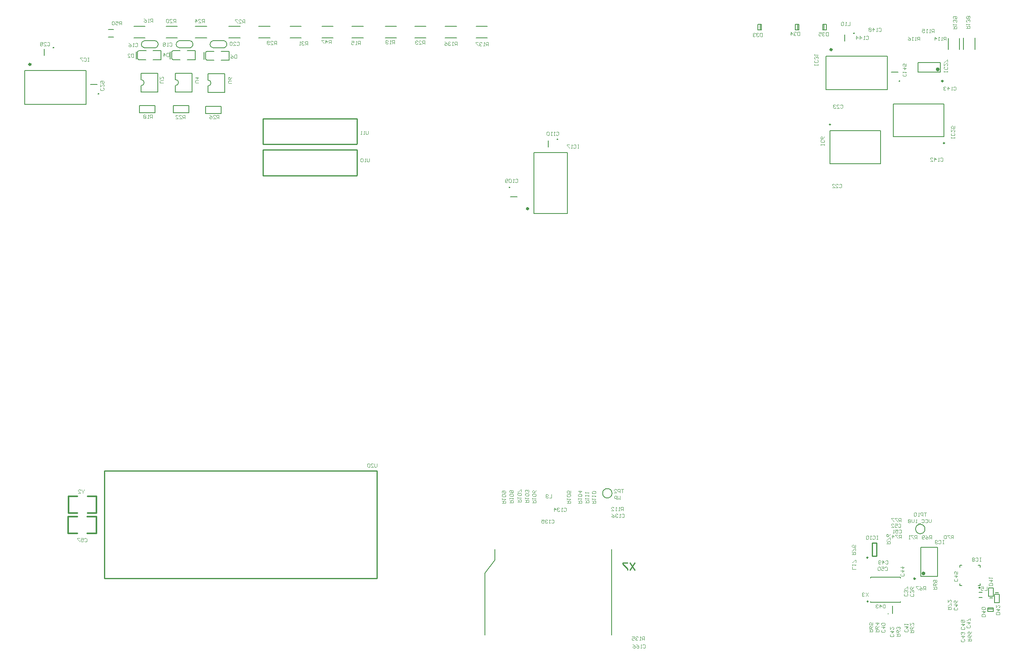
<source format=gbo>
G04*
G04 #@! TF.GenerationSoftware,Altium Limited,Altium Designer,18.1.8 (232)*
G04*
G04 Layer_Color=32896*
%FSLAX25Y25*%
%MOIN*%
G70*
G01*
G75*
%ADD10C,0.00591*%
%ADD12C,0.01181*%
%ADD13C,0.01575*%
%ADD14C,0.00787*%
%ADD15C,0.01968*%
%ADD16C,0.01000*%
%ADD17C,0.00984*%
%ADD18C,0.00394*%
%ADD20C,0.00700*%
%ADD21C,0.00500*%
%ADD22C,0.01200*%
%ADD23C,0.00600*%
%ADD25C,0.00492*%
D10*
X138502Y476024D02*
G03*
X138502Y481024I0J2500D01*
G01*
X167206Y476124D02*
G03*
X167206Y481124I0J2500D01*
G01*
X194379Y475729D02*
G03*
X194379Y480729I0J2500D01*
G01*
X138402Y486224D02*
X152402D01*
Y470751D02*
Y486224D01*
X138402Y470724D02*
X152302D01*
X138502Y470824D02*
Y476060D01*
X138402Y480987D02*
Y486224D01*
X167106Y486324D02*
X181106D01*
Y470851D02*
Y486324D01*
X167106Y470824D02*
X181006D01*
X167206Y470924D02*
Y476160D01*
X167106Y481087D02*
Y486324D01*
X194280Y485929D02*
X208279D01*
Y470457D02*
Y485929D01*
X194280Y470429D02*
X208179D01*
X194379Y470529D02*
Y475765D01*
X194280Y480693D02*
Y485929D01*
D12*
X65158Y507874D02*
G03*
X65158Y507874I-197J0D01*
G01*
X102881Y469176D02*
G03*
X102881Y469176I-197J0D01*
G01*
X786086Y63458D02*
G03*
X786086Y63458I-591J0D01*
G01*
X772935Y479823D02*
G03*
X772935Y479823I-197J0D01*
G01*
X734874Y519939D02*
G03*
X734874Y519939I-197J0D01*
G01*
X809370Y479921D02*
G03*
X809370Y479921I-591J0D01*
G01*
X486801Y431112D02*
G03*
X486801Y431112I-197J0D01*
G01*
X446685Y390832D02*
G03*
X446685Y390832I-197J0D01*
G01*
D13*
X793763Y67788D02*
G03*
X793763Y67788I-787J0D01*
G01*
X805728Y489665D02*
G03*
X805728Y489665I-787J0D01*
G01*
D14*
X794237Y105000D02*
G03*
X794237Y105000I-3937J0D01*
G01*
X532437Y134900D02*
G03*
X532437Y134900I-3937J0D01*
G01*
X183858Y516142D02*
X193307D01*
X183858Y525591D02*
X193307D01*
X159350Y516142D02*
X168799D01*
X159350Y525591D02*
X168799D01*
X767000Y34450D02*
Y40750D01*
X748798Y43767D02*
Y44338D01*
Y43767D02*
X761338D01*
X761062D02*
X773602D01*
Y44338D01*
Y64062D02*
Y64633D01*
X761062D02*
X773602D01*
X748798Y64062D02*
Y64633D01*
X761338D01*
X856398Y43307D02*
Y50394D01*
X852461Y43307D02*
Y50394D01*
Y43307D02*
X856398D01*
X852461Y50394D02*
X856398D01*
X853248Y51575D02*
X855610D01*
X211811Y516142D02*
X221260D01*
X211811Y525591D02*
X221260D01*
X236910Y516142D02*
X246358D01*
X236910Y525591D02*
X246358D01*
X263090Y516142D02*
X272539D01*
X263090Y525591D02*
X272539D01*
X367323Y516142D02*
X376772D01*
X367323Y525591D02*
X376772D01*
X342717Y516142D02*
X352165D01*
X342717Y525591D02*
X352165D01*
X314862Y516142D02*
X324311D01*
X314862Y525591D02*
X324311D01*
X289764Y516142D02*
X299213D01*
X289764Y525591D02*
X299213D01*
X836024Y506496D02*
Y515945D01*
X826575Y506496D02*
Y515945D01*
X823055Y506201D02*
Y515650D01*
X813606Y506201D02*
Y515650D01*
X425994Y68082D02*
X434576Y79055D01*
Y88069D01*
X425994Y16337D02*
Y68082D01*
X532116Y16337D02*
Y88069D01*
X756973Y410795D02*
Y438205D01*
X714631D02*
X756973D01*
X714631Y410795D02*
Y438205D01*
Y410795D02*
X756969D01*
X392815Y525591D02*
X402264D01*
X392815Y516142D02*
X402264D01*
X418799Y525591D02*
X428248D01*
X418799Y516142D02*
X428248D01*
X57284Y501284D02*
Y506787D01*
X41216Y460520D02*
Y488551D01*
Y460520D02*
X92476D01*
X41216Y488551D02*
X92476D01*
Y460520D02*
Y488551D01*
X96094Y476854D02*
X101598D01*
X848319Y47476D02*
X850681D01*
X847532Y48657D02*
X851468D01*
X847532Y55743D02*
X851468D01*
Y48657D02*
Y55743D01*
X847532Y48657D02*
Y55743D01*
X790613Y65426D02*
Y89835D01*
X804787Y65426D02*
Y89835D01*
X790613Y65426D02*
X804787D01*
X790613Y89835D02*
X804787D01*
X685630Y527264D02*
X688779D01*
X685630Y522539D02*
X688779D01*
X687716D02*
Y527264D01*
X688779Y522539D02*
Y527264D01*
X685630Y522539D02*
Y527264D01*
X654429Y522539D02*
Y527264D01*
X657579Y522539D02*
Y527264D01*
X656516Y522539D02*
Y527264D01*
X654429Y522539D02*
X657579D01*
X654429Y527264D02*
X657579D01*
X708689Y522539D02*
X711839D01*
X708689Y527264D02*
X711839D01*
X709753Y522539D02*
Y527264D01*
X708689Y522539D02*
Y527264D01*
X711839Y522539D02*
Y527264D01*
X762730Y472784D02*
Y500816D01*
X711470D02*
X762730D01*
X711470Y472784D02*
X762730D01*
X711470D02*
Y500816D01*
X766148Y487500D02*
X771652D01*
X727000Y513348D02*
Y518852D01*
X846850Y36024D02*
X851575D01*
X846850Y39173D02*
X851575D01*
X846850Y38110D02*
X851575D01*
Y36024D02*
Y39173D01*
X846850Y36024D02*
Y39173D01*
X788307Y487402D02*
Y495276D01*
X807205Y487402D02*
Y495276D01*
X788307D02*
X807205D01*
X788307Y487402D02*
X807205D01*
X767902Y433244D02*
Y460653D01*
Y433244D02*
X810244D01*
Y460653D01*
X767906D02*
X810244D01*
X838878Y57677D02*
X840453D01*
Y59252D01*
Y73032D02*
Y74606D01*
X838878D02*
X840453D01*
X823524D02*
X825098D01*
X823524Y73032D02*
Y74606D01*
Y57677D02*
X825098D01*
X823524D02*
Y59252D01*
X132382Y525591D02*
X141831D01*
X132382Y516142D02*
X141831D01*
X111024Y516634D02*
X115354D01*
X111024Y522933D02*
X115354D01*
X478927Y424521D02*
Y430025D01*
X447575Y383155D02*
X453079D01*
X466988Y368858D02*
X495020D01*
Y420118D01*
X466988Y368858D02*
Y420118D01*
X495020D01*
D15*
X45881Y493847D02*
G03*
X45881Y493847I-492J0D01*
G01*
X716135Y506111D02*
G03*
X716135Y506111I-492J0D01*
G01*
X462185Y373031D02*
G03*
X462185Y373031I-492J0D01*
G01*
D16*
X749969Y82488D02*
X753906D01*
X749969Y93512D02*
X753906D01*
X749969Y82488D02*
Y93512D01*
X753906Y82488D02*
Y93512D01*
X240381Y448400D02*
X319121D01*
X240381Y427049D02*
Y448400D01*
X319121Y427270D02*
Y448400D01*
X318900Y427049D02*
X319121Y427270D01*
X240381Y427049D02*
X318900D01*
X240281Y422200D02*
X319021D01*
X240281Y400849D02*
Y422200D01*
X319021Y401070D02*
Y422200D01*
X318800Y400849D02*
X319021Y401070D01*
X240281Y400849D02*
X318800D01*
X335653Y63603D02*
X335676Y63627D01*
X242700Y63603D02*
X335653D01*
X335637Y153761D02*
X335676Y153721D01*
Y78800D02*
Y153721D01*
X241661Y153761D02*
X335637D01*
X335676Y63627D02*
Y78800D01*
X111739Y63603D02*
X242700D01*
X107787Y153761D02*
X111739D01*
X107724Y78800D02*
Y153824D01*
Y63800D02*
Y78800D01*
X107920Y63603D02*
X111739D01*
Y153761D02*
X241661D01*
X551500Y76698D02*
X547501Y70700D01*
Y76698D02*
X551500Y70700D01*
X545502Y76698D02*
X541503D01*
Y75698D01*
X545502Y71700D01*
Y70700D01*
D17*
X746732Y44357D02*
G03*
X746732Y44357I-492J0D01*
G01*
X715257Y443512D02*
G03*
X715257Y443512I-492J0D01*
G01*
X746524Y81110D02*
G03*
X746524Y81110I-492J0D01*
G01*
X810602Y427937D02*
G03*
X810602Y427937I-492J0D01*
G01*
X840354Y55905D02*
G03*
X840354Y55905I-492J0D01*
G01*
D18*
X763728Y34088D02*
G03*
X763728Y34088I-315J0D01*
G01*
D20*
X206849Y507644D02*
G03*
X206854Y513644I315J3000D01*
G01*
X198754Y513644D02*
G03*
X198749Y507644I347J-3000D01*
G01*
X178502Y507644D02*
G03*
X178507Y513644I315J3000D01*
G01*
X170407Y513644D02*
G03*
X170402Y507644I347J-3000D01*
G01*
X149400Y507644D02*
G03*
X149405Y513644I315J3000D01*
G01*
X141305Y513644D02*
G03*
X141300Y507644I347J-3000D01*
G01*
X202551Y513644D02*
X206851D01*
X202551Y507644D02*
X206851D01*
X198751Y513644D02*
X203051D01*
X198751Y507644D02*
X203051D01*
X174205Y513644D02*
X178505D01*
X174205Y507644D02*
X178505D01*
X170405Y513644D02*
X174705D01*
X170405Y507644D02*
X174705D01*
X145102Y513644D02*
X149402D01*
X145102Y507644D02*
X149402D01*
X141302Y513644D02*
X145602D01*
X141302Y507644D02*
X145602D01*
D21*
X134306Y498297D02*
Y504297D01*
X148483Y505224D02*
X155006D01*
X148483Y497665D02*
X155006D01*
X136593Y505224D02*
X142593D01*
X136514Y497625D02*
X142514D01*
X135491Y498728D02*
Y504279D01*
X135569Y498649D02*
X136557Y497621D01*
X135569Y504357D02*
X136435Y505224D01*
X154306D02*
X154806D01*
X155006Y505024D01*
Y497665D02*
Y505024D01*
X162909Y498297D02*
Y504297D01*
X177087Y505224D02*
X183609D01*
X177087Y497665D02*
X183609D01*
X165197Y505224D02*
X171197D01*
X165118Y497625D02*
X171118D01*
X164094Y498728D02*
Y504279D01*
X164173Y498649D02*
X165161Y497621D01*
X164173Y504357D02*
X165039Y505224D01*
X182909D02*
X183409D01*
X183609Y505024D01*
Y497665D02*
Y505024D01*
X191251Y497903D02*
Y503903D01*
X205428Y504830D02*
X211951D01*
X205428Y497271D02*
X211951D01*
X193538Y504830D02*
X199539D01*
X193460Y497231D02*
X199460D01*
X192436Y498334D02*
Y503885D01*
X192515Y498255D02*
X193503Y497228D01*
X192515Y503964D02*
X193381Y504830D01*
X211251D02*
X211751D01*
X211951Y504630D01*
Y497271D02*
Y504630D01*
X839409Y52165D02*
X842087D01*
X839409Y47835D02*
X842087D01*
D22*
X77650Y118200D02*
X85150D01*
X77650Y132200D02*
X85150D01*
X93650D02*
X101150D01*
X93650Y118200D02*
X101150D01*
X77650D02*
Y132200D01*
X101150Y118200D02*
Y132200D01*
X77450Y101400D02*
X84950D01*
X77450Y115400D02*
X84950D01*
X93450D02*
X100950D01*
X93450Y101400D02*
X100950D01*
X77450D02*
Y115400D01*
X100950Y101400D02*
Y115400D01*
D23*
X143502Y459444D02*
X150002D01*
Y453444D02*
Y459444D01*
X143502Y453444D02*
X150002D01*
X137002Y459444D02*
X143502D01*
X137002Y453444D02*
Y459444D01*
Y453444D02*
X143502D01*
X172006Y459244D02*
X178506D01*
Y453244D02*
Y459244D01*
X172006Y453244D02*
X178506D01*
X165506Y459244D02*
X172006D01*
X165506Y453244D02*
Y459244D01*
Y453244D02*
X172006D01*
X198948Y458850D02*
X205448D01*
Y452850D02*
Y458850D01*
X198948Y452850D02*
X205448D01*
X192448Y458850D02*
X198948D01*
X192448Y452850D02*
Y458850D01*
Y452850D02*
X198948D01*
D25*
X799300Y113152D02*
Y111184D01*
X798316Y110200D01*
X797332Y111184D01*
Y113152D01*
X794380Y112660D02*
X794872Y113152D01*
X795856D01*
X796348Y112660D01*
Y110692D01*
X795856Y110200D01*
X794872D01*
X794380Y110692D01*
X791429Y112660D02*
X791921Y113152D01*
X792904D01*
X793396Y112660D01*
Y110692D01*
X792904Y110200D01*
X791921D01*
X791429Y110692D01*
X790445Y109708D02*
X788477D01*
X787493Y110200D02*
X786509D01*
X787001D01*
Y113152D01*
X787493Y112660D01*
X785033Y113152D02*
Y111184D01*
X784049Y110200D01*
X783065Y111184D01*
Y113152D01*
X782081Y112660D02*
X781589Y113152D01*
X780605D01*
X780113Y112660D01*
Y112168D01*
X780605Y111676D01*
X780113Y111184D01*
Y110692D01*
X780605Y110200D01*
X781589D01*
X782081Y110692D01*
Y111184D01*
X781589Y111676D01*
X782081Y112168D01*
Y112660D01*
X781589Y111676D02*
X780605D01*
X539200Y132752D02*
Y129800D01*
X538216Y130784D01*
X537232Y129800D01*
Y132752D01*
X536248Y129800D02*
Y132752D01*
X534772D01*
X534280Y132260D01*
Y131276D01*
X534772Y130784D01*
X536248D01*
X752700Y18900D02*
X755652D01*
Y20376D01*
X755160Y20868D01*
X754176D01*
X753684Y20376D01*
Y18900D01*
Y19884D02*
X752700Y20868D01*
X755652Y23820D02*
X755160Y22836D01*
X754176Y21852D01*
X753192D01*
X752700Y22344D01*
Y23328D01*
X753192Y23820D01*
X753684D01*
X754176Y23328D01*
Y21852D01*
X752700Y26280D02*
X755652D01*
X754176Y24804D01*
Y26772D01*
X760900Y41852D02*
Y38900D01*
X759424D01*
X758932Y39392D01*
Y41360D01*
X759424Y41852D01*
X760900D01*
X756472Y38900D02*
Y41852D01*
X757948Y40376D01*
X755980D01*
X754996Y41360D02*
X754504Y41852D01*
X753520D01*
X753028Y41360D01*
Y40868D01*
X753520Y40376D01*
X754012D01*
X753520D01*
X753028Y39884D01*
Y39392D01*
X753520Y38900D01*
X754504D01*
X754996Y39392D01*
X856652Y33400D02*
X853700D01*
Y34876D01*
X854192Y35368D01*
X856160D01*
X856652Y34876D01*
Y33400D01*
X853700Y37828D02*
X856652D01*
X855176Y36352D01*
Y38320D01*
X853700Y41271D02*
Y39304D01*
X855668Y41271D01*
X856160D01*
X856652Y40780D01*
Y39796D01*
X856160Y39304D01*
X850852Y57700D02*
X847900D01*
Y59176D01*
X848392Y59668D01*
X850360D01*
X850852Y59176D01*
Y57700D01*
X847900Y62128D02*
X850852D01*
X849376Y60652D01*
Y62620D01*
X847900Y63604D02*
Y64588D01*
Y64096D01*
X850852D01*
X850360Y63604D01*
X844664Y31698D02*
X841713D01*
Y33174D01*
X842205Y33666D01*
X844172D01*
X844664Y33174D01*
Y31698D01*
X841713Y36126D02*
X844664D01*
X843188Y34650D01*
Y36618D01*
X844172Y37602D02*
X844664Y38094D01*
Y39078D01*
X844172Y39570D01*
X842205D01*
X841713Y39078D01*
Y38094D01*
X842205Y37602D01*
X844172D01*
X795400Y118752D02*
X793432D01*
X794416D01*
Y115800D01*
X792448D02*
Y118752D01*
X790972D01*
X790480Y118260D01*
Y117276D01*
X790972Y116784D01*
X792448D01*
X789496Y115800D02*
X788512D01*
X789004D01*
Y118752D01*
X789496Y118260D01*
X787037D02*
X786545Y118752D01*
X785561D01*
X785069Y118260D01*
Y116292D01*
X785561Y115800D01*
X786545D01*
X787037Y116292D01*
Y118260D01*
X840988Y80993D02*
X840004D01*
X840496D01*
Y78042D01*
X840988D01*
X840004D01*
X836561Y80502D02*
X837052Y80993D01*
X838036D01*
X838528Y80502D01*
Y78534D01*
X838036Y78042D01*
X837052D01*
X836561Y78534D01*
X835577Y80502D02*
X835085Y80993D01*
X834101D01*
X833609Y80502D01*
Y80010D01*
X834101Y79518D01*
X833609Y79026D01*
Y78534D01*
X834101Y78042D01*
X835085D01*
X835577Y78534D01*
Y79026D01*
X835085Y79518D01*
X835577Y80010D01*
Y80502D01*
X835085Y79518D02*
X834101D01*
X704852Y492900D02*
Y493884D01*
Y493392D01*
X701900D01*
Y492900D01*
Y493884D01*
X704360Y497328D02*
X704852Y496836D01*
Y495852D01*
X704360Y495360D01*
X702392D01*
X701900Y495852D01*
Y496836D01*
X702392Y497328D01*
X704360Y498312D02*
X704852Y498804D01*
Y499788D01*
X704360Y500280D01*
X703868D01*
X703376Y499788D01*
Y499296D01*
Y499788D01*
X702884Y500280D01*
X702392D01*
X701900Y499788D01*
Y498804D01*
X702392Y498312D01*
X701900Y501264D02*
Y502247D01*
Y501755D01*
X704852D01*
X704360Y501264D01*
X504570Y426570D02*
X503586D01*
X504078D01*
Y423618D01*
X504570D01*
X503586D01*
X500142Y426078D02*
X500634Y426570D01*
X501618D01*
X502110Y426078D01*
Y424110D01*
X501618Y423618D01*
X500634D01*
X500142Y424110D01*
X499158Y423618D02*
X498174D01*
X498666D01*
Y426570D01*
X499158Y426078D01*
X496699Y426570D02*
X494731D01*
Y426078D01*
X496699Y424110D01*
Y423618D01*
X94900Y499352D02*
X93916D01*
X94408D01*
Y496400D01*
X94900D01*
X93916D01*
X90472Y498860D02*
X90964Y499352D01*
X91948D01*
X92440Y498860D01*
Y496892D01*
X91948Y496400D01*
X90964D01*
X90472Y496892D01*
X89488Y499352D02*
X87520D01*
Y498860D01*
X89488Y496892D01*
Y496400D01*
X90800Y137952D02*
Y137460D01*
X89816Y136476D01*
X88832Y137460D01*
Y137952D01*
X89816Y136476D02*
Y135000D01*
X85880D02*
X87848D01*
X85880Y136968D01*
Y137460D01*
X86372Y137952D01*
X87356D01*
X87848Y137460D01*
X746600Y51652D02*
X744632Y48700D01*
Y51652D02*
X746600Y48700D01*
X743648Y51160D02*
X743156Y51652D01*
X742172D01*
X741680Y51160D01*
Y50668D01*
X742172Y50176D01*
X742664D01*
X742172D01*
X741680Y49684D01*
Y49192D01*
X742172Y48700D01*
X743156D01*
X743648Y49192D01*
X335700Y159752D02*
Y157292D01*
X335208Y156800D01*
X334224D01*
X333732Y157292D01*
Y159752D01*
X330780Y156800D02*
X332748D01*
X330780Y158768D01*
Y159260D01*
X331272Y159752D01*
X332256D01*
X332748Y159260D01*
X329796D02*
X329304Y159752D01*
X328321D01*
X327829Y159260D01*
Y157292D01*
X328321Y156800D01*
X329304D01*
X329796Y157292D01*
Y159260D01*
X328500Y438152D02*
Y435692D01*
X328008Y435200D01*
X327024D01*
X326532Y435692D01*
Y438152D01*
X325548Y435200D02*
X324564D01*
X325056D01*
Y438152D01*
X325548Y437660D01*
X323088Y435200D02*
X322104D01*
X322596D01*
Y438152D01*
X323088Y437660D01*
X329500Y415152D02*
Y412692D01*
X329008Y412200D01*
X328024D01*
X327532Y412692D01*
Y415152D01*
X326548Y412200D02*
X325564D01*
X326056D01*
Y415152D01*
X326548Y414660D01*
X324088D02*
X323596Y415152D01*
X322612D01*
X322120Y414660D01*
Y412692D01*
X322612Y412200D01*
X323596D01*
X324088Y412692D01*
Y414660D01*
X214234Y477950D02*
X211775D01*
X211283Y478442D01*
Y479425D01*
X211775Y479917D01*
X214234D01*
Y482869D02*
X213742Y481885D01*
X212758Y480901D01*
X211775D01*
X211283Y481393D01*
Y482377D01*
X211775Y482869D01*
X212267D01*
X212758Y482377D01*
Y480901D01*
X186561Y478344D02*
X184101D01*
X183609Y478836D01*
Y479820D01*
X184101Y480312D01*
X186561D01*
X183609Y482772D02*
X186561D01*
X185085Y481296D01*
Y483264D01*
X157154Y478344D02*
X154694D01*
X154202Y478836D01*
Y479820D01*
X154694Y480312D01*
X157154D01*
X154202Y483264D02*
Y481296D01*
X156170Y483264D01*
X156662D01*
X157154Y482772D01*
Y481788D01*
X156662Y481296D01*
X542000Y138252D02*
X540032D01*
X541016D01*
Y135300D01*
X539048D02*
Y138252D01*
X537572D01*
X537080Y137760D01*
Y136776D01*
X537572Y136284D01*
X539048D01*
X534129Y135300D02*
X536096D01*
X534129Y137268D01*
Y137760D01*
X534621Y138252D01*
X535604D01*
X536096Y137760D01*
X817815Y523721D02*
X820767D01*
Y525196D01*
X820275Y525688D01*
X819291D01*
X818799Y525196D01*
Y523721D01*
Y524704D02*
X817815Y525688D01*
Y526672D02*
Y527656D01*
Y527164D01*
X820767D01*
X820275Y526672D01*
Y529132D02*
X820767Y529624D01*
Y530608D01*
X820275Y531100D01*
X819783D01*
X819291Y530608D01*
Y530116D01*
Y530608D01*
X818799Y531100D01*
X818307D01*
X817815Y530608D01*
Y529624D01*
X818307Y529132D01*
Y532084D02*
X817815Y532576D01*
Y533560D01*
X818307Y534052D01*
X820275D01*
X820767Y533560D01*
Y532576D01*
X820275Y532084D01*
X819783D01*
X819291Y532576D01*
Y534052D01*
X828839Y523917D02*
X831790D01*
Y525393D01*
X831298Y525885D01*
X830315D01*
X829823Y525393D01*
Y523917D01*
Y524901D02*
X828839Y525885D01*
Y526869D02*
Y527853D01*
Y527361D01*
X831790D01*
X831298Y526869D01*
Y529329D02*
X831790Y529821D01*
Y530805D01*
X831298Y531297D01*
X830807D01*
X830315Y530805D01*
Y530313D01*
Y530805D01*
X829823Y531297D01*
X829331D01*
X828839Y530805D01*
Y529821D01*
X829331Y529329D01*
X831298Y532281D02*
X831790Y532773D01*
Y533757D01*
X831298Y534249D01*
X830807D01*
X830315Y533757D01*
X829823Y534249D01*
X829331D01*
X828839Y533757D01*
Y532773D01*
X829331Y532281D01*
X829823D01*
X830315Y532773D01*
X830807Y532281D01*
X831298D01*
X830315Y532773D02*
Y533757D01*
X428839Y509252D02*
Y512204D01*
X427363D01*
X426871Y511712D01*
Y510728D01*
X427363Y510236D01*
X428839D01*
X427855D02*
X426871Y509252D01*
X425887D02*
X424903D01*
X425395D01*
Y512204D01*
X425887Y511712D01*
X423427D02*
X422935Y512204D01*
X421951D01*
X421459Y511712D01*
Y511220D01*
X421951Y510728D01*
X422443D01*
X421951D01*
X421459Y510236D01*
Y509744D01*
X421951Y509252D01*
X422935D01*
X423427Y509744D01*
X420475Y512204D02*
X418507D01*
Y511712D01*
X420475Y509744D01*
Y509252D01*
X402658Y509744D02*
Y512696D01*
X401182D01*
X400690Y512204D01*
Y511220D01*
X401182Y510728D01*
X402658D01*
X401674D02*
X400690Y509744D01*
X399706D02*
X398722D01*
X399214D01*
Y512696D01*
X399706Y512204D01*
X397246D02*
X396754Y512696D01*
X395770D01*
X395278Y512204D01*
Y511712D01*
X395770Y511220D01*
X396262D01*
X395770D01*
X395278Y510728D01*
Y510236D01*
X395770Y509744D01*
X396754D01*
X397246Y510236D01*
X392326Y512696D02*
X393310Y512204D01*
X394294Y511220D01*
Y510236D01*
X393802Y509744D01*
X392818D01*
X392326Y510236D01*
Y510728D01*
X392818Y511220D01*
X394294D01*
X559500Y12000D02*
Y14952D01*
X558024D01*
X557532Y14460D01*
Y13476D01*
X558024Y12984D01*
X559500D01*
X558516D02*
X557532Y12000D01*
X556548D02*
X555564D01*
X556056D01*
Y14952D01*
X556548Y14460D01*
X554088D02*
X553596Y14952D01*
X552612D01*
X552120Y14460D01*
Y13968D01*
X552612Y13476D01*
X553104D01*
X552612D01*
X552120Y12984D01*
Y12492D01*
X552612Y12000D01*
X553596D01*
X554088Y12492D01*
X549169Y14952D02*
X551136D01*
Y13476D01*
X550153Y13968D01*
X549661D01*
X549169Y13476D01*
Y12492D01*
X549661Y12000D01*
X550645D01*
X551136Y12492D01*
X789800Y513900D02*
Y516852D01*
X788324D01*
X787832Y516360D01*
Y515376D01*
X788324Y514884D01*
X789800D01*
X788816D02*
X787832Y513900D01*
X786848D02*
X785864D01*
X786356D01*
Y516852D01*
X786848Y516360D01*
X784388Y513900D02*
X783404D01*
X783896D01*
Y516852D01*
X784388Y516360D01*
X779961Y516852D02*
X780945Y516360D01*
X781928Y515376D01*
Y514392D01*
X781436Y513900D01*
X780453D01*
X779961Y514392D01*
Y514884D01*
X780453Y515376D01*
X781928D01*
X801700Y520400D02*
Y523352D01*
X800224D01*
X799732Y522860D01*
Y521876D01*
X800224Y521384D01*
X801700D01*
X800716D02*
X799732Y520400D01*
X798748D02*
X797764D01*
X798256D01*
Y523352D01*
X798748Y522860D01*
X796288Y520400D02*
X795304D01*
X795796D01*
Y523352D01*
X796288Y522860D01*
X791861Y523352D02*
X793828D01*
Y521876D01*
X792845Y522368D01*
X792353D01*
X791861Y521876D01*
Y520892D01*
X792353Y520400D01*
X793336D01*
X793828Y520892D01*
X811800Y513900D02*
Y516852D01*
X810324D01*
X809832Y516360D01*
Y515376D01*
X810324Y514884D01*
X811800D01*
X810816D02*
X809832Y513900D01*
X808848D02*
X807864D01*
X808356D01*
Y516852D01*
X808848Y516360D01*
X806388Y513900D02*
X805404D01*
X805896D01*
Y516852D01*
X806388Y516360D01*
X802453Y513900D02*
Y516852D01*
X803928Y515376D01*
X801961D01*
X541700Y120300D02*
Y123252D01*
X540224D01*
X539732Y122760D01*
Y121776D01*
X540224Y121284D01*
X541700D01*
X540716D02*
X539732Y120300D01*
X538748D02*
X537764D01*
X538256D01*
Y123252D01*
X538748Y122760D01*
X536288Y120300D02*
X535304D01*
X535796D01*
Y123252D01*
X536288Y122760D01*
X531861Y120300D02*
X533828D01*
X531861Y122268D01*
Y122760D01*
X532353Y123252D01*
X533336D01*
X533828Y122760D01*
X510200Y127000D02*
X513152D01*
Y128476D01*
X512660Y128968D01*
X511676D01*
X511184Y128476D01*
Y127000D01*
Y127984D02*
X510200Y128968D01*
Y129952D02*
Y130936D01*
Y130444D01*
X513152D01*
X512660Y129952D01*
X510200Y132412D02*
Y133396D01*
Y132904D01*
X513152D01*
X512660Y132412D01*
X510200Y134871D02*
Y135855D01*
Y135363D01*
X513152D01*
X512660Y134871D01*
X515900Y126700D02*
X518852D01*
Y128176D01*
X518360Y128668D01*
X517376D01*
X516884Y128176D01*
Y126700D01*
Y127684D02*
X515900Y128668D01*
Y129652D02*
Y130636D01*
Y130144D01*
X518852D01*
X518360Y129652D01*
X515900Y132112D02*
Y133096D01*
Y132604D01*
X518852D01*
X518360Y132112D01*
Y134572D02*
X518852Y135064D01*
Y136047D01*
X518360Y136539D01*
X516392D01*
X515900Y136047D01*
Y135064D01*
X516392Y134572D01*
X518360D01*
X440300Y126600D02*
X443252D01*
Y128076D01*
X442760Y128568D01*
X441776D01*
X441284Y128076D01*
Y126600D01*
Y127584D02*
X440300Y128568D01*
Y129552D02*
Y130536D01*
Y130044D01*
X443252D01*
X442760Y129552D01*
Y132012D02*
X443252Y132504D01*
Y133488D01*
X442760Y133979D01*
X440792D01*
X440300Y133488D01*
Y132504D01*
X440792Y132012D01*
X442760D01*
X440792Y134964D02*
X440300Y135455D01*
Y136439D01*
X440792Y136931D01*
X442760D01*
X443252Y136439D01*
Y135455D01*
X442760Y134964D01*
X442268D01*
X441776Y135455D01*
Y136931D01*
X446800Y127100D02*
X449752D01*
Y128576D01*
X449260Y129068D01*
X448276D01*
X447784Y128576D01*
Y127100D01*
Y128084D02*
X446800Y129068D01*
Y130052D02*
Y131036D01*
Y130544D01*
X449752D01*
X449260Y130052D01*
Y132512D02*
X449752Y133004D01*
Y133988D01*
X449260Y134479D01*
X447292D01*
X446800Y133988D01*
Y133004D01*
X447292Y132512D01*
X449260D01*
Y135464D02*
X449752Y135955D01*
Y136939D01*
X449260Y137431D01*
X448768D01*
X448276Y136939D01*
X447784Y137431D01*
X447292D01*
X446800Y136939D01*
Y135955D01*
X447292Y135464D01*
X447784D01*
X448276Y135955D01*
X448768Y135464D01*
X449260D01*
X448276Y135955D02*
Y136939D01*
X453500Y127700D02*
X456452D01*
Y129176D01*
X455960Y129668D01*
X454976D01*
X454484Y129176D01*
Y127700D01*
Y128684D02*
X453500Y129668D01*
Y130652D02*
Y131636D01*
Y131144D01*
X456452D01*
X455960Y130652D01*
Y133112D02*
X456452Y133604D01*
Y134588D01*
X455960Y135080D01*
X453992D01*
X453500Y134588D01*
Y133604D01*
X453992Y133112D01*
X455960D01*
X456452Y136064D02*
Y138031D01*
X455960D01*
X453992Y136064D01*
X453500D01*
X465800Y127000D02*
X468752D01*
Y128476D01*
X468260Y128968D01*
X467276D01*
X466784Y128476D01*
Y127000D01*
Y127984D02*
X465800Y128968D01*
Y129952D02*
Y130936D01*
Y130444D01*
X468752D01*
X468260Y129952D01*
Y132412D02*
X468752Y132904D01*
Y133888D01*
X468260Y134379D01*
X466292D01*
X465800Y133888D01*
Y132904D01*
X466292Y132412D01*
X468260D01*
X468752Y137331D02*
X468260Y136347D01*
X467276Y135363D01*
X466292D01*
X465800Y135855D01*
Y136839D01*
X466292Y137331D01*
X466784D01*
X467276Y136839D01*
Y135363D01*
X494700Y126700D02*
X497652D01*
Y128176D01*
X497160Y128668D01*
X496176D01*
X495684Y128176D01*
Y126700D01*
Y127684D02*
X494700Y128668D01*
Y129652D02*
Y130636D01*
Y130144D01*
X497652D01*
X497160Y129652D01*
Y132112D02*
X497652Y132604D01*
Y133588D01*
X497160Y134080D01*
X495192D01*
X494700Y133588D01*
Y132604D01*
X495192Y132112D01*
X497160D01*
X497652Y137031D02*
Y135064D01*
X496176D01*
X496668Y136047D01*
Y136539D01*
X496176Y137031D01*
X495192D01*
X494700Y136539D01*
Y135555D01*
X495192Y135064D01*
X504000Y126800D02*
X506952D01*
Y128276D01*
X506460Y128768D01*
X505476D01*
X504984Y128276D01*
Y126800D01*
Y127784D02*
X504000Y128768D01*
Y129752D02*
Y130736D01*
Y130244D01*
X506952D01*
X506460Y129752D01*
Y132212D02*
X506952Y132704D01*
Y133688D01*
X506460Y134179D01*
X504492D01*
X504000Y133688D01*
Y132704D01*
X504492Y132212D01*
X506460D01*
X504000Y136639D02*
X506952D01*
X505476Y135163D01*
Y137131D01*
X459800Y127400D02*
X462752D01*
Y128876D01*
X462260Y129368D01*
X461276D01*
X460784Y128876D01*
Y127400D01*
Y128384D02*
X459800Y129368D01*
Y130352D02*
Y131336D01*
Y130844D01*
X462752D01*
X462260Y130352D01*
Y132812D02*
X462752Y133304D01*
Y134288D01*
X462260Y134780D01*
X460292D01*
X459800Y134288D01*
Y133304D01*
X460292Y132812D01*
X462260D01*
Y135764D02*
X462752Y136255D01*
Y137239D01*
X462260Y137731D01*
X461768D01*
X461276Y137239D01*
Y136747D01*
Y137239D01*
X460784Y137731D01*
X460292D01*
X459800Y137239D01*
Y136255D01*
X460292Y135764D01*
X774000Y111100D02*
Y114052D01*
X772524D01*
X772032Y113560D01*
Y112576D01*
X772524Y112084D01*
X774000D01*
X773016D02*
X772032Y111100D01*
X771048Y114052D02*
X769080D01*
Y113560D01*
X771048Y111592D01*
Y111100D01*
X768096Y114052D02*
X766128D01*
Y113560D01*
X768096Y111592D01*
Y111100D01*
X762000Y92800D02*
X764952D01*
Y94276D01*
X764460Y94768D01*
X763476D01*
X762984Y94276D01*
Y92800D01*
Y93784D02*
X762000Y94768D01*
X764952Y95752D02*
Y97720D01*
X764460D01*
X762492Y95752D01*
X762000D01*
X764952Y100672D02*
X764460Y99688D01*
X763476Y98704D01*
X762492D01*
X762000Y99196D01*
Y100180D01*
X762492Y100672D01*
X762984D01*
X763476Y100180D01*
Y98704D01*
X733100Y83800D02*
X736052D01*
Y85276D01*
X735560Y85768D01*
X734576D01*
X734084Y85276D01*
Y83800D01*
Y84784D02*
X733100Y85768D01*
X736052Y86752D02*
Y88720D01*
X735560D01*
X733592Y86752D01*
X733100D01*
X736052Y91672D02*
Y89704D01*
X734576D01*
X735068Y90688D01*
Y91180D01*
X734576Y91672D01*
X733592D01*
X733100Y91180D01*
Y90196D01*
X733592Y89704D01*
X774400Y97200D02*
Y100152D01*
X772924D01*
X772432Y99660D01*
Y98676D01*
X772924Y98184D01*
X774400D01*
X773416D02*
X772432Y97200D01*
X771448Y100152D02*
X769480D01*
Y99660D01*
X771448Y97692D01*
Y97200D01*
X767021D02*
Y100152D01*
X768496Y98676D01*
X766529D01*
X813263Y37750D02*
X816215D01*
Y39226D01*
X815723Y39718D01*
X814739D01*
X814247Y39226D01*
Y37750D01*
Y38734D02*
X813263Y39718D01*
X816215Y40702D02*
Y42670D01*
X815723D01*
X813755Y40702D01*
X813263D01*
Y45622D02*
Y43654D01*
X815231Y45622D01*
X815723D01*
X816215Y45130D01*
Y44146D01*
X815723Y43654D01*
X787500Y96800D02*
Y99752D01*
X786024D01*
X785532Y99260D01*
Y98276D01*
X786024Y97784D01*
X787500D01*
X786516D02*
X785532Y96800D01*
X784548Y99752D02*
X782580D01*
Y99260D01*
X784548Y97292D01*
Y96800D01*
X781596D02*
X780612D01*
X781104D01*
Y99752D01*
X781596Y99260D01*
X817900Y96900D02*
Y99852D01*
X816424D01*
X815932Y99360D01*
Y98376D01*
X816424Y97884D01*
X817900D01*
X816916D02*
X815932Y96900D01*
X814948Y99852D02*
X812980D01*
Y99360D01*
X814948Y97392D01*
Y96900D01*
X811996Y99360D02*
X811504Y99852D01*
X810520D01*
X810028Y99360D01*
Y97392D01*
X810520Y96900D01*
X811504D01*
X811996Y97392D01*
Y99360D01*
X799700Y96600D02*
Y99552D01*
X798224D01*
X797732Y99060D01*
Y98076D01*
X798224Y97584D01*
X799700D01*
X798716D02*
X797732Y96600D01*
X794780Y99552D02*
X795764Y99060D01*
X796748Y98076D01*
Y97092D01*
X796256Y96600D01*
X795272D01*
X794780Y97092D01*
Y97584D01*
X795272Y98076D01*
X796748D01*
X793796Y97092D02*
X793304Y96600D01*
X792320D01*
X791828Y97092D01*
Y99060D01*
X792320Y99552D01*
X793304D01*
X793796Y99060D01*
Y98568D01*
X793304Y98076D01*
X791828D01*
X801171Y54572D02*
X804123D01*
Y56048D01*
X803631Y56540D01*
X802647D01*
X802155Y56048D01*
Y54572D01*
Y55556D02*
X801171Y56540D01*
X804123Y59492D02*
X803631Y58508D01*
X802647Y57524D01*
X801663D01*
X801171Y58016D01*
Y59000D01*
X801663Y59492D01*
X802155D01*
X802647Y59000D01*
Y57524D01*
X803631Y60476D02*
X804123Y60968D01*
Y61952D01*
X803631Y62444D01*
X803139D01*
X802647Y61952D01*
X802155Y62444D01*
X801663D01*
X801171Y61952D01*
Y60968D01*
X801663Y60476D01*
X802155D01*
X802647Y60968D01*
X803139Y60476D01*
X803631D01*
X802647Y60968D02*
Y61952D01*
X794700Y54000D02*
Y56952D01*
X793224D01*
X792732Y56460D01*
Y55476D01*
X793224Y54984D01*
X794700D01*
X793716D02*
X792732Y54000D01*
X789780Y56952D02*
X790764Y56460D01*
X791748Y55476D01*
Y54492D01*
X791256Y54000D01*
X790272D01*
X789780Y54492D01*
Y54984D01*
X790272Y55476D01*
X791748D01*
X788796Y56952D02*
X786829D01*
Y56460D01*
X788796Y54492D01*
Y54000D01*
X830200Y11200D02*
X833152D01*
Y12676D01*
X832660Y13168D01*
X831676D01*
X831184Y12676D01*
Y11200D01*
Y12184D02*
X830200Y13168D01*
X833152Y16120D02*
X832660Y15136D01*
X831676Y14152D01*
X830692D01*
X830200Y14644D01*
Y15628D01*
X830692Y16120D01*
X831184D01*
X831676Y15628D01*
Y14152D01*
X833152Y19072D02*
X832660Y18088D01*
X831676Y17104D01*
X830692D01*
X830200Y17596D01*
Y18579D01*
X830692Y19072D01*
X831184D01*
X831676Y18579D01*
Y17104D01*
X747600Y18900D02*
X750552D01*
Y20376D01*
X750060Y20868D01*
X749076D01*
X748584Y20376D01*
Y18900D01*
Y19884D02*
X747600Y20868D01*
X750552Y23820D02*
X750060Y22836D01*
X749076Y21852D01*
X748092D01*
X747600Y22344D01*
Y23328D01*
X748092Y23820D01*
X748584D01*
X749076Y23328D01*
Y21852D01*
X750552Y26772D02*
Y24804D01*
X749076D01*
X749568Y25788D01*
Y26280D01*
X749076Y26772D01*
X748092D01*
X747600Y26280D01*
Y25296D01*
X748092Y24804D01*
X770400Y15300D02*
X773352D01*
Y16776D01*
X772860Y17268D01*
X771876D01*
X771384Y16776D01*
Y15300D01*
Y16284D02*
X770400Y17268D01*
X773352Y20220D02*
X772860Y19236D01*
X771876Y18252D01*
X770892D01*
X770400Y18744D01*
Y19728D01*
X770892Y20220D01*
X771384D01*
X771876Y19728D01*
Y18252D01*
X772860Y21204D02*
X773352Y21696D01*
Y22680D01*
X772860Y23171D01*
X772368D01*
X771876Y22680D01*
Y22188D01*
Y22680D01*
X771384Y23171D01*
X770892D01*
X770400Y22680D01*
Y21696D01*
X770892Y21204D01*
X781900Y18400D02*
X784852D01*
Y19876D01*
X784360Y20368D01*
X783376D01*
X782884Y19876D01*
Y18400D01*
Y19384D02*
X781900Y20368D01*
X784852Y23320D02*
X784360Y22336D01*
X783376Y21352D01*
X782392D01*
X781900Y21844D01*
Y22828D01*
X782392Y23320D01*
X782884D01*
X783376Y22828D01*
Y21352D01*
X781900Y26272D02*
Y24304D01*
X783868Y26272D01*
X784360D01*
X784852Y25780D01*
Y24796D01*
X784360Y24304D01*
X122092Y526895D02*
Y529846D01*
X120616D01*
X120124Y529354D01*
Y528370D01*
X120616Y527878D01*
X122092D01*
X121108D02*
X120124Y526895D01*
X117173Y529846D02*
X119140D01*
Y528370D01*
X118156Y528862D01*
X117664D01*
X117173Y528370D01*
Y527386D01*
X117664Y526895D01*
X118648D01*
X119140Y527386D01*
X116189Y529354D02*
X115697Y529846D01*
X114713D01*
X114221Y529354D01*
Y527386D01*
X114713Y526895D01*
X115697D01*
X116189Y527386D01*
Y529354D01*
X297342Y511221D02*
Y514172D01*
X295867D01*
X295375Y513680D01*
Y512696D01*
X295867Y512204D01*
X297342D01*
X296359D02*
X295375Y511221D01*
X292915D02*
Y514172D01*
X294391Y512696D01*
X292423D01*
X291439Y514172D02*
X289471D01*
Y513680D01*
X291439Y511712D01*
Y511221D01*
X277658Y509941D02*
Y512893D01*
X276182D01*
X275690Y512401D01*
Y511417D01*
X276182Y510925D01*
X277658D01*
X276674D02*
X275690Y509941D01*
X274706Y512401D02*
X274214Y512893D01*
X273230D01*
X272738Y512401D01*
Y511909D01*
X273230Y511417D01*
X273722D01*
X273230D01*
X272738Y510925D01*
Y510433D01*
X273230Y509941D01*
X274214D01*
X274706Y510433D01*
X271754Y509941D02*
X270770D01*
X271262D01*
Y512893D01*
X271754Y512401D01*
X251673Y510433D02*
Y513385D01*
X250197D01*
X249705Y512893D01*
Y511909D01*
X250197Y511417D01*
X251673D01*
X250689D02*
X249705Y510433D01*
X246754D02*
X248721D01*
X246754Y512401D01*
Y512893D01*
X247246Y513385D01*
X248229D01*
X248721Y512893D01*
X245770Y510925D02*
X245278Y510433D01*
X244294D01*
X243802Y510925D01*
Y512893D01*
X244294Y513385D01*
X245278D01*
X245770Y512893D01*
Y512401D01*
X245278Y511909D01*
X243802D01*
X225098Y528248D02*
Y531200D01*
X223622D01*
X223131Y530708D01*
Y529724D01*
X223622Y529232D01*
X225098D01*
X224114D02*
X223131Y528248D01*
X220179D02*
X222147D01*
X220179Y530216D01*
Y530708D01*
X220671Y531200D01*
X221655D01*
X222147Y530708D01*
X219195Y531200D02*
X217227D01*
Y530708D01*
X219195Y528740D01*
Y528248D01*
X203548Y448450D02*
Y451402D01*
X202072D01*
X201580Y450910D01*
Y449926D01*
X202072Y449434D01*
X203548D01*
X202564D02*
X201580Y448450D01*
X198628D02*
X200596D01*
X198628Y450418D01*
Y450910D01*
X199120Y451402D01*
X200104D01*
X200596Y450910D01*
X195677Y451402D02*
X196660Y450910D01*
X197644Y449926D01*
Y448942D01*
X197152Y448450D01*
X196168D01*
X195677Y448942D01*
Y449434D01*
X196168Y449926D01*
X197644D01*
X191300Y528600D02*
Y531552D01*
X189824D01*
X189332Y531060D01*
Y530076D01*
X189824Y529584D01*
X191300D01*
X190316D02*
X189332Y528600D01*
X186380D02*
X188348D01*
X186380Y530568D01*
Y531060D01*
X186872Y531552D01*
X187856D01*
X188348Y531060D01*
X183921Y528600D02*
Y531552D01*
X185396Y530076D01*
X183429D01*
X375689Y510722D02*
Y513674D01*
X374213D01*
X373721Y513182D01*
Y512198D01*
X374213Y511706D01*
X375689D01*
X374705D02*
X373721Y510722D01*
X370769D02*
X372737D01*
X370769Y512690D01*
Y513182D01*
X371261Y513674D01*
X372245D01*
X372737Y513182D01*
X369785D02*
X369293Y513674D01*
X368309D01*
X367817Y513182D01*
Y512690D01*
X368309Y512198D01*
X368801D01*
X368309D01*
X367817Y511706D01*
Y511214D01*
X368309Y510722D01*
X369293D01*
X369785Y511214D01*
X175206Y448244D02*
Y451196D01*
X173730D01*
X173238Y450704D01*
Y449720D01*
X173730Y449228D01*
X175206D01*
X174222D02*
X173238Y448244D01*
X170287D02*
X172255D01*
X170287Y450212D01*
Y450704D01*
X170779Y451196D01*
X171763D01*
X172255Y450704D01*
X167335Y448244D02*
X169303D01*
X167335Y450212D01*
Y450704D01*
X167827Y451196D01*
X168811D01*
X169303Y450704D01*
X167400Y528800D02*
Y531752D01*
X165924D01*
X165432Y531260D01*
Y530276D01*
X165924Y529784D01*
X167400D01*
X166416D02*
X165432Y528800D01*
X162480D02*
X164448D01*
X162480Y530768D01*
Y531260D01*
X162972Y531752D01*
X163956D01*
X164448Y531260D01*
X161496D02*
X161004Y531752D01*
X160020D01*
X159529Y531260D01*
Y529292D01*
X160020Y528800D01*
X161004D01*
X161496Y529292D01*
Y531260D01*
X350394Y511000D02*
Y513952D01*
X348918D01*
X348426Y513460D01*
Y512476D01*
X348918Y511984D01*
X350394D01*
X349410D02*
X348426Y511000D01*
X347442D02*
X346458D01*
X346950D01*
Y513952D01*
X347442Y513460D01*
X344982Y511492D02*
X344490Y511000D01*
X343506D01*
X343014Y511492D01*
Y513460D01*
X343506Y513952D01*
X344490D01*
X344982Y513460D01*
Y512968D01*
X344490Y512476D01*
X343014D01*
X147702Y448644D02*
Y451596D01*
X146227D01*
X145735Y451104D01*
Y450120D01*
X146227Y449628D01*
X147702D01*
X146718D02*
X145735Y448644D01*
X144750D02*
X143767D01*
X144259D01*
Y451596D01*
X144750Y451104D01*
X142291D02*
X141799Y451596D01*
X140815D01*
X140323Y451104D01*
Y450612D01*
X140815Y450120D01*
X140323Y449628D01*
Y449136D01*
X140815Y448644D01*
X141799D01*
X142291Y449136D01*
Y449628D01*
X141799Y450120D01*
X142291Y450612D01*
Y451104D01*
X141799Y450120D02*
X140815D01*
X148190Y529090D02*
Y532042D01*
X146714D01*
X146222Y531550D01*
Y530566D01*
X146714Y530074D01*
X148190D01*
X147206D02*
X146222Y529090D01*
X145238D02*
X144254D01*
X144746D01*
Y532042D01*
X145238Y531550D01*
X140810Y532042D02*
X141794Y531550D01*
X142778Y530566D01*
Y529582D01*
X142286Y529090D01*
X141302D01*
X140810Y529582D01*
Y530074D01*
X141302Y530566D01*
X142778D01*
X321700Y510433D02*
Y513385D01*
X320224D01*
X319732Y512893D01*
Y511909D01*
X320224Y511417D01*
X321700D01*
X320716D02*
X319732Y510433D01*
X318748D02*
X317764D01*
X318256D01*
Y513385D01*
X318748Y512893D01*
X314320Y513385D02*
X316288D01*
Y511909D01*
X315304Y512401D01*
X314812D01*
X314320Y511909D01*
Y510925D01*
X314812Y510433D01*
X315796D01*
X316288Y510925D01*
X736252Y71500D02*
X733300D01*
Y73468D01*
Y74452D02*
Y75436D01*
Y74944D01*
X736252D01*
X735760Y74452D01*
X736252Y76912D02*
Y78879D01*
X735760D01*
X733792Y76912D01*
X733300D01*
X731496Y529231D02*
Y526279D01*
X729528D01*
X728544D02*
X727560D01*
X728052D01*
Y529231D01*
X728544Y528739D01*
X726084D02*
X725592Y529231D01*
X724609D01*
X724117Y528739D01*
Y526771D01*
X724609Y526279D01*
X725592D01*
X726084Y526771D01*
Y528739D01*
X481900Y133952D02*
Y131000D01*
X479932D01*
X478948Y131492D02*
X478456Y131000D01*
X477472D01*
X476980Y131492D01*
Y133460D01*
X477472Y133952D01*
X478456D01*
X478948Y133460D01*
Y132968D01*
X478456Y132476D01*
X476980D01*
X846048Y56552D02*
Y53600D01*
X844080D01*
X841128Y56552D02*
X843096D01*
Y55076D01*
X842112Y55568D01*
X841620D01*
X841128Y55076D01*
Y54092D01*
X841620Y53600D01*
X842604D01*
X843096Y54092D01*
X813108Y487339D02*
Y488322D01*
Y487831D01*
X810156D01*
Y487339D01*
Y488322D01*
X812616Y491766D02*
X813108Y491274D01*
Y490290D01*
X812616Y489798D01*
X810648D01*
X810156Y490290D01*
Y491274D01*
X810648Y491766D01*
X810156Y494718D02*
Y492750D01*
X812124Y494718D01*
X812616D01*
X813108Y494226D01*
Y493242D01*
X812616Y492750D01*
X813108Y495702D02*
Y497670D01*
X812616D01*
X810648Y495702D01*
X810156D01*
X819052Y431900D02*
Y432884D01*
Y432392D01*
X816100D01*
Y431900D01*
Y432884D01*
X818560Y436328D02*
X819052Y435836D01*
Y434852D01*
X818560Y434360D01*
X816592D01*
X816100Y434852D01*
Y435836D01*
X816592Y436328D01*
X816100Y439280D02*
Y437312D01*
X818068Y439280D01*
X818560D01*
X819052Y438788D01*
Y437804D01*
X818560Y437312D01*
X819052Y442231D02*
Y440264D01*
X817576D01*
X818068Y441247D01*
Y441739D01*
X817576Y442231D01*
X816592D01*
X816100Y441739D01*
Y440755D01*
X816592Y440264D01*
X754800Y99352D02*
X753816D01*
X754308D01*
Y96400D01*
X754800D01*
X753816D01*
X750372Y98860D02*
X750864Y99352D01*
X751848D01*
X752340Y98860D01*
Y96892D01*
X751848Y96400D01*
X750864D01*
X750372Y96892D01*
X749388Y96400D02*
X748404D01*
X748896D01*
Y99352D01*
X749388Y98860D01*
X746929D02*
X746437Y99352D01*
X745453D01*
X744961Y98860D01*
Y96892D01*
X745453Y96400D01*
X746437D01*
X746929Y96892D01*
Y98860D01*
X810000Y95552D02*
X809016D01*
X809508D01*
Y92600D01*
X810000D01*
X809016D01*
X805572Y95060D02*
X806064Y95552D01*
X807048D01*
X807540Y95060D01*
Y93092D01*
X807048Y92600D01*
X806064D01*
X805572Y93092D01*
X804588D02*
X804096Y92600D01*
X803112D01*
X802621Y93092D01*
Y95060D01*
X803112Y95552D01*
X804096D01*
X804588Y95060D01*
Y94568D01*
X804096Y94076D01*
X802621D01*
X709952Y426100D02*
Y427084D01*
Y426592D01*
X707000D01*
Y426100D01*
Y427084D01*
X709460Y430528D02*
X709952Y430036D01*
Y429052D01*
X709460Y428560D01*
X707492D01*
X707000Y429052D01*
Y430036D01*
X707492Y430528D01*
X709952Y433479D02*
X709460Y432496D01*
X708476Y431512D01*
X707492D01*
X707000Y432004D01*
Y432988D01*
X707492Y433479D01*
X707984D01*
X708476Y432988D01*
Y431512D01*
X713287Y520668D02*
Y517717D01*
X711811D01*
X711319Y518209D01*
Y520176D01*
X711811Y520668D01*
X713287D01*
X710336Y520176D02*
X709844Y520668D01*
X708860D01*
X708368Y520176D01*
Y519684D01*
X708860Y519192D01*
X709352D01*
X708860D01*
X708368Y518701D01*
Y518209D01*
X708860Y517717D01*
X709844D01*
X710336Y518209D01*
X705416Y520668D02*
X707384D01*
Y519192D01*
X706400Y519684D01*
X705908D01*
X705416Y519192D01*
Y518209D01*
X705908Y517717D01*
X706892D01*
X707384Y518209D01*
X689370Y520964D02*
Y518012D01*
X687894D01*
X687402Y518504D01*
Y520472D01*
X687894Y520964D01*
X689370D01*
X686418Y520472D02*
X685926Y520964D01*
X684942D01*
X684450Y520472D01*
Y519980D01*
X684942Y519488D01*
X685434D01*
X684942D01*
X684450Y518996D01*
Y518504D01*
X684942Y518012D01*
X685926D01*
X686418Y518504D01*
X681991Y518012D02*
Y520964D01*
X683466Y519488D01*
X681499D01*
X658169Y520078D02*
Y517126D01*
X656693D01*
X656201Y517618D01*
Y519586D01*
X656693Y520078D01*
X658169D01*
X655218Y519586D02*
X654726Y520078D01*
X653742D01*
X653250Y519586D01*
Y519094D01*
X653742Y518602D01*
X654234D01*
X653742D01*
X653250Y518110D01*
Y517618D01*
X653742Y517126D01*
X654726D01*
X655218Y517618D01*
X652266Y519586D02*
X651774Y520078D01*
X650790D01*
X650298Y519586D01*
Y519094D01*
X650790Y518602D01*
X651282D01*
X650790D01*
X650298Y518110D01*
Y517618D01*
X650790Y517126D01*
X651774D01*
X652266Y517618D01*
X218448Y501902D02*
Y498950D01*
X216972D01*
X216480Y499442D01*
Y501410D01*
X216972Y501902D01*
X218448D01*
X213528D02*
X214512Y501410D01*
X215496Y500426D01*
Y499442D01*
X215004Y498950D01*
X214020D01*
X213528Y499442D01*
Y499934D01*
X214020Y500426D01*
X215496D01*
X161713Y503247D02*
Y500295D01*
X160237D01*
X159745Y500787D01*
Y502755D01*
X160237Y503247D01*
X161713D01*
X157285Y500295D02*
Y503247D01*
X158761Y501771D01*
X156793D01*
X132185Y502755D02*
Y499803D01*
X130709D01*
X130217Y500295D01*
Y502263D01*
X130709Y502755D01*
X132185D01*
X127265Y499803D02*
X129233D01*
X127265Y501771D01*
Y502263D01*
X127757Y502755D01*
X128741D01*
X129233Y502263D01*
X558232Y7960D02*
X558724Y8452D01*
X559708D01*
X560200Y7960D01*
Y5992D01*
X559708Y5500D01*
X558724D01*
X558232Y5992D01*
X557248Y5500D02*
X556264D01*
X556756D01*
Y8452D01*
X557248Y7960D01*
X552820Y8452D02*
X553804Y7960D01*
X554788Y6976D01*
Y5992D01*
X554296Y5500D01*
X553312D01*
X552820Y5992D01*
Y6484D01*
X553312Y6976D01*
X554788D01*
X549869Y8452D02*
X550853Y7960D01*
X551836Y6976D01*
Y5992D01*
X551345Y5500D01*
X550361D01*
X549869Y5992D01*
Y6484D01*
X550361Y6976D01*
X551836D01*
X755512Y523916D02*
X756004Y524408D01*
X756988D01*
X757480Y523916D01*
Y521949D01*
X756988Y521457D01*
X756004D01*
X755512Y521949D01*
X754529Y521457D02*
X753545D01*
X754037D01*
Y524408D01*
X754529Y523916D01*
X750593Y521457D02*
Y524408D01*
X752069Y522933D01*
X750101D01*
X749117Y523916D02*
X748625Y524408D01*
X747641D01*
X747149Y523916D01*
Y523425D01*
X747641Y522933D01*
X747149Y522441D01*
Y521949D01*
X747641Y521457D01*
X748625D01*
X749117Y521949D01*
Y522441D01*
X748625Y522933D01*
X749117Y523425D01*
Y523916D01*
X748625Y522933D02*
X747641D01*
X778050Y485826D02*
X778542Y485334D01*
Y484350D01*
X778050Y483858D01*
X776083D01*
X775591Y484350D01*
Y485334D01*
X776083Y485826D01*
X775591Y486810D02*
Y487794D01*
Y487302D01*
X778542D01*
X778050Y486810D01*
X775591Y490746D02*
X778542D01*
X777066Y489270D01*
Y491238D01*
X778542Y494190D02*
Y492222D01*
X777066D01*
X777558Y493206D01*
Y493698D01*
X777066Y494190D01*
X776083D01*
X775591Y493698D01*
Y492714D01*
X776083Y492222D01*
X744784Y517125D02*
X745276Y517617D01*
X746260D01*
X746752Y517125D01*
Y515157D01*
X746260Y514665D01*
X745276D01*
X744784Y515157D01*
X743800Y514665D02*
X742816D01*
X743308D01*
Y517617D01*
X743800Y517125D01*
X739864Y514665D02*
Y517617D01*
X741340Y516141D01*
X739372D01*
X736913Y514665D02*
Y517617D01*
X738388Y516141D01*
X736421D01*
X818232Y474660D02*
X818724Y475152D01*
X819708D01*
X820200Y474660D01*
Y472692D01*
X819708Y472200D01*
X818724D01*
X818232Y472692D01*
X817248Y472200D02*
X816264D01*
X816756D01*
Y475152D01*
X817248Y474660D01*
X813312Y472200D02*
Y475152D01*
X814788Y473676D01*
X812821D01*
X811837Y474660D02*
X811345Y475152D01*
X810361D01*
X809869Y474660D01*
Y474168D01*
X810361Y473676D01*
X810853D01*
X810361D01*
X809869Y473184D01*
Y472692D01*
X810361Y472200D01*
X811345D01*
X811837Y472692D01*
X807132Y415260D02*
X807624Y415752D01*
X808608D01*
X809100Y415260D01*
Y413292D01*
X808608Y412800D01*
X807624D01*
X807132Y413292D01*
X806148Y412800D02*
X805164D01*
X805656D01*
Y415752D01*
X806148Y415260D01*
X802212Y412800D02*
Y415752D01*
X803688Y414276D01*
X801721D01*
X798769Y412800D02*
X800737D01*
X798769Y414768D01*
Y415260D01*
X799261Y415752D01*
X800245D01*
X800737Y415260D01*
X540532Y117160D02*
X541024Y117652D01*
X542008D01*
X542500Y117160D01*
Y115192D01*
X542008Y114700D01*
X541024D01*
X540532Y115192D01*
X539548Y114700D02*
X538564D01*
X539056D01*
Y117652D01*
X539548Y117160D01*
X537088D02*
X536596Y117652D01*
X535612D01*
X535120Y117160D01*
Y116668D01*
X535612Y116176D01*
X536104D01*
X535612D01*
X535120Y115684D01*
Y115192D01*
X535612Y114700D01*
X536596D01*
X537088Y115192D01*
X532169Y117652D02*
X533153Y117160D01*
X534136Y116176D01*
Y115192D01*
X533645Y114700D01*
X532661D01*
X532169Y115192D01*
Y115684D01*
X532661Y116176D01*
X534136D01*
X481712Y112350D02*
X482204Y112842D01*
X483188D01*
X483679Y112350D01*
Y110382D01*
X483188Y109890D01*
X482204D01*
X481712Y110382D01*
X480728Y109890D02*
X479744D01*
X480236D01*
Y112842D01*
X480728Y112350D01*
X478268D02*
X477776Y112842D01*
X476792D01*
X476300Y112350D01*
Y111858D01*
X476792Y111366D01*
X477284D01*
X476792D01*
X476300Y110874D01*
Y110382D01*
X476792Y109890D01*
X477776D01*
X478268Y110382D01*
X473348Y112842D02*
X475316D01*
Y111366D01*
X474332Y111858D01*
X473840D01*
X473348Y111366D01*
Y110382D01*
X473840Y109890D01*
X474824D01*
X475316Y110382D01*
X491982Y122215D02*
X492474Y122707D01*
X493458D01*
X493950Y122215D01*
Y120247D01*
X493458Y119755D01*
X492474D01*
X491982Y120247D01*
X490998Y119755D02*
X490014D01*
X490506D01*
Y122707D01*
X490998Y122215D01*
X488538D02*
X488046Y122707D01*
X487062D01*
X486570Y122215D01*
Y121723D01*
X487062Y121231D01*
X487554D01*
X487062D01*
X486570Y120739D01*
Y120247D01*
X487062Y119755D01*
X488046D01*
X488538Y120247D01*
X484110Y119755D02*
Y122707D01*
X485586Y121231D01*
X483618D01*
X485702Y436878D02*
X486194Y437370D01*
X487178D01*
X487670Y436878D01*
Y434910D01*
X487178Y434418D01*
X486194D01*
X485702Y434910D01*
X484718Y434418D02*
X483734D01*
X484226D01*
Y437370D01*
X484718Y436878D01*
X482258Y434418D02*
X481275D01*
X481766D01*
Y437370D01*
X482258Y436878D01*
X479799D02*
X479307Y437370D01*
X478323D01*
X477831Y436878D01*
Y434910D01*
X478323Y434418D01*
X479307D01*
X479799Y434910D01*
Y436878D01*
X451502Y397378D02*
X451994Y397870D01*
X452978D01*
X453470Y397378D01*
Y395410D01*
X452978Y394918D01*
X451994D01*
X451502Y395410D01*
X450518Y394918D02*
X449534D01*
X450026D01*
Y397870D01*
X450518Y397378D01*
X448058D02*
X447566Y397870D01*
X446583D01*
X446091Y397378D01*
Y395410D01*
X446583Y394918D01*
X447566D01*
X448058Y395410D01*
Y397378D01*
X445107Y395410D02*
X444615Y394918D01*
X443631D01*
X443139Y395410D01*
Y397378D01*
X443631Y397870D01*
X444615D01*
X445107Y397378D01*
Y396886D01*
X444615Y396394D01*
X443139D01*
X91032Y96760D02*
X91524Y97252D01*
X92508D01*
X93000Y96760D01*
Y94792D01*
X92508Y94300D01*
X91524D01*
X91032Y94792D01*
X88080Y97252D02*
X90048D01*
Y95776D01*
X89064Y96268D01*
X88572D01*
X88080Y95776D01*
Y94792D01*
X88572Y94300D01*
X89556D01*
X90048Y94792D01*
X87096Y97252D02*
X85128D01*
Y96760D01*
X87096Y94792D01*
Y94300D01*
X771932Y108860D02*
X772424Y109352D01*
X773408D01*
X773900Y108860D01*
Y106892D01*
X773408Y106400D01*
X772424D01*
X771932Y106892D01*
X768980Y109352D02*
X770948D01*
Y107876D01*
X769964Y108368D01*
X769472D01*
X768980Y107876D01*
Y106892D01*
X769472Y106400D01*
X770456D01*
X770948Y106892D01*
X766028Y106400D02*
X767996D01*
X766028Y108368D01*
Y108860D01*
X766521Y109352D01*
X767504D01*
X767996Y108860D01*
X772349Y104025D02*
X772841Y104517D01*
X773825D01*
X774317Y104025D01*
Y102057D01*
X773825Y101565D01*
X772841D01*
X772349Y102057D01*
X769398Y104517D02*
X771365D01*
Y103041D01*
X770382Y103533D01*
X769890D01*
X769398Y103041D01*
Y102057D01*
X769890Y101565D01*
X770873D01*
X771365Y102057D01*
X768414Y101565D02*
X767430D01*
X767922D01*
Y104517D01*
X768414Y104025D01*
X760732Y72760D02*
X761224Y73252D01*
X762208D01*
X762700Y72760D01*
Y70792D01*
X762208Y70300D01*
X761224D01*
X760732Y70792D01*
X757780Y73252D02*
X759748D01*
Y71776D01*
X758764Y72268D01*
X758272D01*
X757780Y71776D01*
Y70792D01*
X758272Y70300D01*
X759256D01*
X759748Y70792D01*
X756796Y72760D02*
X756304Y73252D01*
X755321D01*
X754829Y72760D01*
Y70792D01*
X755321Y70300D01*
X756304D01*
X756796Y70792D01*
Y72760D01*
X761221Y78160D02*
X761713Y78652D01*
X762697D01*
X763189Y78160D01*
Y76192D01*
X762697Y75700D01*
X761713D01*
X761221Y76192D01*
X758761Y75700D02*
Y78652D01*
X760237Y77176D01*
X758269D01*
X757285Y76192D02*
X756793Y75700D01*
X755809D01*
X755317Y76192D01*
Y78160D01*
X755809Y78652D01*
X756793D01*
X757285Y78160D01*
Y77668D01*
X756793Y77176D01*
X755317D01*
X826760Y22968D02*
X827252Y22476D01*
Y21492D01*
X826760Y21000D01*
X824792D01*
X824300Y21492D01*
Y22476D01*
X824792Y22968D01*
X824300Y25428D02*
X827252D01*
X825776Y23952D01*
Y25920D01*
X826760Y26904D02*
X827252Y27396D01*
Y28379D01*
X826760Y28872D01*
X826268D01*
X825776Y28379D01*
X825284Y28872D01*
X824792D01*
X824300Y28379D01*
Y27396D01*
X824792Y26904D01*
X825284D01*
X825776Y27396D01*
X826268Y26904D01*
X826760D01*
X825776Y27396D02*
Y28379D01*
X831660Y24268D02*
X832152Y23776D01*
Y22792D01*
X831660Y22300D01*
X829692D01*
X829200Y22792D01*
Y23776D01*
X829692Y24268D01*
X829200Y26728D02*
X832152D01*
X830676Y25252D01*
Y27220D01*
X832152Y28204D02*
Y30171D01*
X831660D01*
X829692Y28204D01*
X829200D01*
X820960Y39168D02*
X821452Y38676D01*
Y37692D01*
X820960Y37200D01*
X818992D01*
X818500Y37692D01*
Y38676D01*
X818992Y39168D01*
X818500Y41628D02*
X821452D01*
X819976Y40152D01*
Y42120D01*
X821452Y45072D02*
X820960Y44088D01*
X819976Y43104D01*
X818992D01*
X818500Y43596D01*
Y44579D01*
X818992Y45072D01*
X819484D01*
X819976Y44579D01*
Y43104D01*
X821060Y63368D02*
X821552Y62876D01*
Y61892D01*
X821060Y61400D01*
X819092D01*
X818600Y61892D01*
Y62876D01*
X819092Y63368D01*
X818600Y65828D02*
X821552D01*
X820076Y64352D01*
Y66320D01*
X821552Y69271D02*
Y67304D01*
X820076D01*
X820568Y68288D01*
Y68779D01*
X820076Y69271D01*
X819092D01*
X818600Y68779D01*
Y67796D01*
X819092Y67304D01*
X776360Y67668D02*
X776852Y67176D01*
Y66192D01*
X776360Y65700D01*
X774392D01*
X773900Y66192D01*
Y67176D01*
X774392Y67668D01*
X773900Y70128D02*
X776852D01*
X775376Y68652D01*
Y70620D01*
X773900Y73080D02*
X776852D01*
X775376Y71604D01*
Y73571D01*
X826760Y12768D02*
X827252Y12276D01*
Y11292D01*
X826760Y10800D01*
X824792D01*
X824300Y11292D01*
Y12276D01*
X824792Y12768D01*
X824300Y15228D02*
X827252D01*
X825776Y13752D01*
Y15720D01*
X826760Y16704D02*
X827252Y17196D01*
Y18180D01*
X826760Y18672D01*
X826268D01*
X825776Y18180D01*
Y17688D01*
Y18180D01*
X825284Y18672D01*
X824792D01*
X824300Y18180D01*
Y17196D01*
X824792Y16704D01*
X767560Y16968D02*
X768052Y16476D01*
Y15492D01*
X767560Y15000D01*
X765592D01*
X765100Y15492D01*
Y16476D01*
X765592Y16968D01*
X765100Y19428D02*
X768052D01*
X766576Y17952D01*
Y19920D01*
X765100Y22872D02*
Y20904D01*
X767068Y22872D01*
X767560D01*
X768052Y22379D01*
Y21396D01*
X767560Y20904D01*
X779660Y20868D02*
X780152Y20376D01*
Y19392D01*
X779660Y18900D01*
X777692D01*
X777200Y19392D01*
Y20376D01*
X777692Y20868D01*
X777200Y23328D02*
X780152D01*
X778676Y21852D01*
Y23820D01*
X777200Y24804D02*
Y25788D01*
Y25296D01*
X780152D01*
X779660Y24804D01*
X760360Y20568D02*
X760852Y20076D01*
Y19092D01*
X760360Y18600D01*
X758392D01*
X757900Y19092D01*
Y20076D01*
X758392Y20568D01*
X757900Y23028D02*
X760852D01*
X759376Y21552D01*
Y23520D01*
X760360Y24504D02*
X760852Y24996D01*
Y25980D01*
X760360Y26471D01*
X758392D01*
X757900Y25980D01*
Y24996D01*
X758392Y24504D01*
X760360D01*
X779360Y50868D02*
X779852Y50376D01*
Y49392D01*
X779360Y48900D01*
X777392D01*
X776900Y49392D01*
Y50376D01*
X777392Y50868D01*
X779360Y51852D02*
X779852Y52344D01*
Y53328D01*
X779360Y53820D01*
X778868D01*
X778376Y53328D01*
Y52836D01*
Y53328D01*
X777884Y53820D01*
X777392D01*
X776900Y53328D01*
Y52344D01*
X777392Y51852D01*
X779852Y54804D02*
Y56771D01*
X779360D01*
X777392Y54804D01*
X776900D01*
X784360Y50668D02*
X784852Y50176D01*
Y49192D01*
X784360Y48700D01*
X782392D01*
X781900Y49192D01*
Y50176D01*
X782392Y50668D01*
X784360Y51652D02*
X784852Y52144D01*
Y53128D01*
X784360Y53620D01*
X783868D01*
X783376Y53128D01*
Y52636D01*
Y53128D01*
X782884Y53620D01*
X782392D01*
X781900Y53128D01*
Y52144D01*
X782392Y51652D01*
X784852Y56572D02*
X784360Y55588D01*
X783376Y54604D01*
X782392D01*
X781900Y55096D01*
Y56080D01*
X782392Y56572D01*
X782884D01*
X783376Y56080D01*
Y54604D01*
X106860Y474068D02*
X107352Y473576D01*
Y472592D01*
X106860Y472100D01*
X104892D01*
X104400Y472592D01*
Y473576D01*
X104892Y474068D01*
X104400Y477020D02*
Y475052D01*
X106368Y477020D01*
X106860D01*
X107352Y476528D01*
Y475544D01*
X106860Y475052D01*
X104892Y478004D02*
X104400Y478496D01*
Y479480D01*
X104892Y479972D01*
X106860D01*
X107352Y479480D01*
Y478496D01*
X106860Y478004D01*
X106368D01*
X105876Y478496D01*
Y479972D01*
X59932Y511909D02*
X60424Y512401D01*
X61408D01*
X61900Y511909D01*
Y509941D01*
X61408Y509449D01*
X60424D01*
X59932Y509941D01*
X56980Y509449D02*
X58948D01*
X56980Y511417D01*
Y511909D01*
X57472Y512401D01*
X58456D01*
X58948Y511909D01*
X55996D02*
X55504Y512401D01*
X54520D01*
X54028Y511909D01*
Y511417D01*
X54520Y510925D01*
X54028Y510433D01*
Y509941D01*
X54520Y509449D01*
X55504D01*
X55996Y509941D01*
Y510433D01*
X55504Y510925D01*
X55996Y511417D01*
Y511909D01*
X55504Y510925D02*
X54520D01*
X723428Y459560D02*
X723920Y460052D01*
X724904D01*
X725396Y459560D01*
Y457592D01*
X724904Y457100D01*
X723920D01*
X723428Y457592D01*
X720476Y457100D02*
X722444D01*
X720476Y459068D01*
Y459560D01*
X720968Y460052D01*
X721952D01*
X722444Y459560D01*
X719492D02*
X719000Y460052D01*
X718017D01*
X717525Y459560D01*
Y459068D01*
X718017Y458576D01*
X718508D01*
X718017D01*
X717525Y458084D01*
Y457592D01*
X718017Y457100D01*
X719000D01*
X719492Y457592D01*
X722532Y393060D02*
X723024Y393552D01*
X724008D01*
X724500Y393060D01*
Y391092D01*
X724008Y390600D01*
X723024D01*
X722532Y391092D01*
X719580Y390600D02*
X721548D01*
X719580Y392568D01*
Y393060D01*
X720072Y393552D01*
X721056D01*
X721548Y393060D01*
X716629Y390600D02*
X718596D01*
X716629Y392568D01*
Y393060D01*
X717121Y393552D01*
X718104D01*
X718596Y393060D01*
X218505Y512120D02*
X218997Y512612D01*
X219981D01*
X220472Y512120D01*
Y510152D01*
X219981Y509660D01*
X218997D01*
X218505Y510152D01*
X215553Y509660D02*
X217521D01*
X215553Y511628D01*
Y512120D01*
X216045Y512612D01*
X217029D01*
X217521Y512120D01*
X214569D02*
X214077Y512612D01*
X213093D01*
X212601Y512120D01*
Y510152D01*
X213093Y509660D01*
X214077D01*
X214569Y510152D01*
Y512120D01*
X162127Y511628D02*
X162619Y512119D01*
X163602D01*
X164094Y511628D01*
Y509660D01*
X163602Y509168D01*
X162619D01*
X162127Y509660D01*
X161143Y509168D02*
X160159D01*
X160651D01*
Y512119D01*
X161143Y511628D01*
X158683D02*
X158191Y512119D01*
X157207D01*
X156715Y511628D01*
Y511136D01*
X157207Y510644D01*
X156715Y510152D01*
Y509660D01*
X157207Y509168D01*
X158191D01*
X158683Y509660D01*
Y510152D01*
X158191Y510644D01*
X158683Y511136D01*
Y511628D01*
X158191Y510644D02*
X157207D01*
X133465Y511121D02*
X133957Y511613D01*
X134941D01*
X135433Y511121D01*
Y509153D01*
X134941Y508661D01*
X133957D01*
X133465Y509153D01*
X132481Y508661D02*
X131497D01*
X131989D01*
Y511613D01*
X132481Y511121D01*
X128053Y511613D02*
X129037Y511121D01*
X130021Y510137D01*
Y509153D01*
X129529Y508661D01*
X128545D01*
X128053Y509153D01*
Y509645D01*
X128545Y510137D01*
X130021D01*
M02*

</source>
